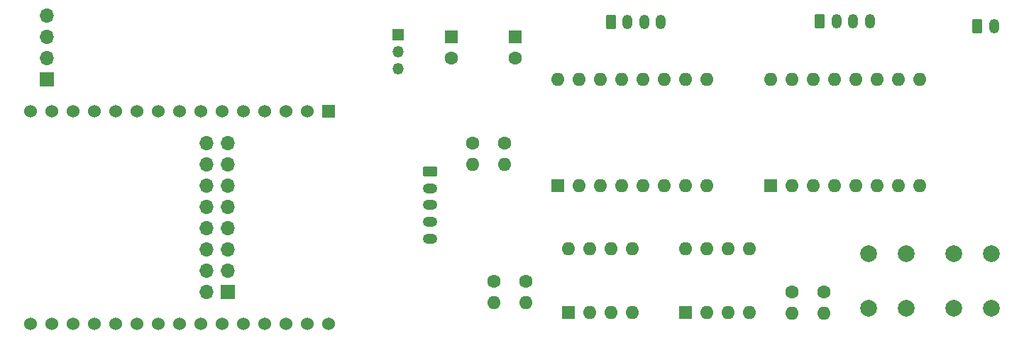
<source format=gbr>
%TF.GenerationSoftware,KiCad,Pcbnew,7.0.9*%
%TF.CreationDate,2024-02-22T23:19:38-05:00*%
%TF.ProjectId,schematics,73636865-6d61-4746-9963-732e6b696361,rev?*%
%TF.SameCoordinates,Original*%
%TF.FileFunction,Soldermask,Bot*%
%TF.FilePolarity,Negative*%
%FSLAX46Y46*%
G04 Gerber Fmt 4.6, Leading zero omitted, Abs format (unit mm)*
G04 Created by KiCad (PCBNEW 7.0.9) date 2024-02-22 23:19:38*
%MOMM*%
%LPD*%
G01*
G04 APERTURE LIST*
G04 Aperture macros list*
%AMRoundRect*
0 Rectangle with rounded corners*
0 $1 Rounding radius*
0 $2 $3 $4 $5 $6 $7 $8 $9 X,Y pos of 4 corners*
0 Add a 4 corners polygon primitive as box body*
4,1,4,$2,$3,$4,$5,$6,$7,$8,$9,$2,$3,0*
0 Add four circle primitives for the rounded corners*
1,1,$1+$1,$2,$3*
1,1,$1+$1,$4,$5*
1,1,$1+$1,$6,$7*
1,1,$1+$1,$8,$9*
0 Add four rect primitives between the rounded corners*
20,1,$1+$1,$2,$3,$4,$5,0*
20,1,$1+$1,$4,$5,$6,$7,0*
20,1,$1+$1,$6,$7,$8,$9,0*
20,1,$1+$1,$8,$9,$2,$3,0*%
G04 Aperture macros list end*
%ADD10R,1.600000X1.600000*%
%ADD11O,1.600000X1.600000*%
%ADD12RoundRect,0.250000X-0.350000X-0.625000X0.350000X-0.625000X0.350000X0.625000X-0.350000X0.625000X0*%
%ADD13O,1.200000X1.750000*%
%ADD14C,1.600000*%
%ADD15C,2.000000*%
%ADD16RoundRect,0.250000X-0.625000X0.350000X-0.625000X-0.350000X0.625000X-0.350000X0.625000X0.350000X0*%
%ADD17O,1.750000X1.200000*%
%ADD18R,1.524000X1.524000*%
%ADD19C,1.524000*%
%ADD20R,1.350000X1.350000*%
%ADD21O,1.350000X1.350000*%
%ADD22O,1.700000X1.700000*%
%ADD23R,1.700000X1.700000*%
G04 APERTURE END LIST*
D10*
%TO.C,A2*%
X166370000Y-74920000D03*
D11*
X168910000Y-74920000D03*
X171450000Y-74920000D03*
X173990000Y-74920000D03*
X176530000Y-74920000D03*
X179070000Y-74920000D03*
X181610000Y-74920000D03*
X184150000Y-74920000D03*
X184150000Y-62220000D03*
X181610000Y-62220000D03*
X179070000Y-62220000D03*
X176530000Y-62220000D03*
X173990000Y-62220000D03*
X171450000Y-62220000D03*
X168910000Y-62220000D03*
X166370000Y-62220000D03*
%TD*%
D12*
%TO.C,J1*%
X172720000Y-55372000D03*
D13*
X174720000Y-55372000D03*
X176720000Y-55372000D03*
X178720000Y-55372000D03*
%TD*%
D10*
%TO.C,C1*%
X153670000Y-57190000D03*
D14*
X153670000Y-59690000D03*
%TD*%
%TO.C,R2*%
X198152500Y-87630000D03*
D11*
X198152500Y-90170000D03*
%TD*%
D14*
%TO.C,R4*%
X158750000Y-86360000D03*
D11*
X158750000Y-88900000D03*
%TD*%
D15*
%TO.C,SW10*%
X213650000Y-89610000D03*
X213650000Y-83110000D03*
X218150000Y-89610000D03*
X218150000Y-83110000D03*
%TD*%
D10*
%TO.C,SW2*%
X181652500Y-90127500D03*
D11*
X184192500Y-90127500D03*
X186732500Y-90127500D03*
X189272500Y-90127500D03*
X189272500Y-82507500D03*
X186732500Y-82507500D03*
X184192500Y-82507500D03*
X181652500Y-82507500D03*
%TD*%
D10*
%TO.C,SW1*%
X167650000Y-90127500D03*
D11*
X170190000Y-90127500D03*
X172730000Y-90127500D03*
X175270000Y-90127500D03*
X175270000Y-82507500D03*
X172730000Y-82507500D03*
X170190000Y-82507500D03*
X167650000Y-82507500D03*
%TD*%
D16*
%TO.C,J3*%
X151130000Y-73280000D03*
D17*
X151130000Y-75280000D03*
X151130000Y-77280000D03*
X151130000Y-79280000D03*
X151130000Y-81280000D03*
%TD*%
D15*
%TO.C,SW9*%
X203490000Y-89610000D03*
X203490000Y-83110000D03*
X207990000Y-89610000D03*
X207990000Y-83110000D03*
%TD*%
D18*
%TO.C,U1*%
X139090000Y-66040000D03*
D19*
X136550000Y-66040000D03*
X134010000Y-66040000D03*
X131470000Y-66040000D03*
X128930000Y-66040000D03*
X126390000Y-66040000D03*
X123850000Y-66040000D03*
X121310000Y-66040000D03*
X118770000Y-66040000D03*
X116230000Y-66040000D03*
X113690000Y-66040000D03*
X111150000Y-66040000D03*
X108610000Y-66040000D03*
X106070000Y-66040000D03*
X103530000Y-66040000D03*
X103530000Y-91440000D03*
X106070000Y-91440000D03*
X108610000Y-91440000D03*
X111150000Y-91440000D03*
X113690000Y-91440000D03*
X116230000Y-91440000D03*
X118770000Y-91440000D03*
X121310000Y-91440000D03*
X123850000Y-91440000D03*
X126390000Y-91440000D03*
X128930000Y-91440000D03*
X131470000Y-91440000D03*
X134010000Y-91440000D03*
X136550000Y-91440000D03*
X139090000Y-91440000D03*
%TD*%
D12*
%TO.C,J2*%
X197660000Y-55330000D03*
D13*
X199660000Y-55330000D03*
X201660000Y-55330000D03*
X203660000Y-55330000D03*
%TD*%
D10*
%TO.C,C2*%
X161290000Y-57190000D03*
D14*
X161290000Y-59690000D03*
%TD*%
D20*
%TO.C,J7*%
X147320000Y-56960000D03*
D21*
X147320000Y-58960000D03*
X147320000Y-60960000D03*
%TD*%
D22*
%TO.C,J6*%
X105410000Y-54610000D03*
X105410000Y-57150000D03*
X105410000Y-59690000D03*
D23*
X105410000Y-62230000D03*
%TD*%
D12*
%TO.C,J4*%
X216440000Y-55880000D03*
D13*
X218440000Y-55880000D03*
%TD*%
D23*
%TO.C,J5*%
X127000000Y-87630000D03*
D22*
X124460000Y-87630000D03*
X127000000Y-85090000D03*
X124460000Y-85090000D03*
X127000000Y-82550000D03*
X124460000Y-82550000D03*
X127000000Y-80010000D03*
X124460000Y-80010000D03*
X127000000Y-77470000D03*
X124460000Y-77470000D03*
X127000000Y-74930000D03*
X124460000Y-74930000D03*
X127000000Y-72390000D03*
X124460000Y-72390000D03*
X127000000Y-69850000D03*
X124460000Y-69850000D03*
%TD*%
D14*
%TO.C,R1*%
X162560000Y-86360000D03*
D11*
X162560000Y-88900000D03*
%TD*%
D14*
%TO.C,R3*%
X194342500Y-87630000D03*
D11*
X194342500Y-90170000D03*
%TD*%
D14*
%TO.C,R9*%
X160020000Y-69850000D03*
D11*
X160020000Y-72390000D03*
%TD*%
D10*
%TO.C,A1*%
X191770000Y-74930000D03*
D11*
X194310000Y-74930000D03*
X196850000Y-74930000D03*
X199390000Y-74930000D03*
X201930000Y-74930000D03*
X204470000Y-74930000D03*
X207010000Y-74930000D03*
X209550000Y-74930000D03*
X209550000Y-62230000D03*
X207010000Y-62230000D03*
X204470000Y-62230000D03*
X201930000Y-62230000D03*
X199390000Y-62230000D03*
X196850000Y-62230000D03*
X194310000Y-62230000D03*
X191770000Y-62230000D03*
%TD*%
D14*
%TO.C,R10*%
X156210000Y-69850000D03*
D11*
X156210000Y-72390000D03*
%TD*%
M02*

</source>
